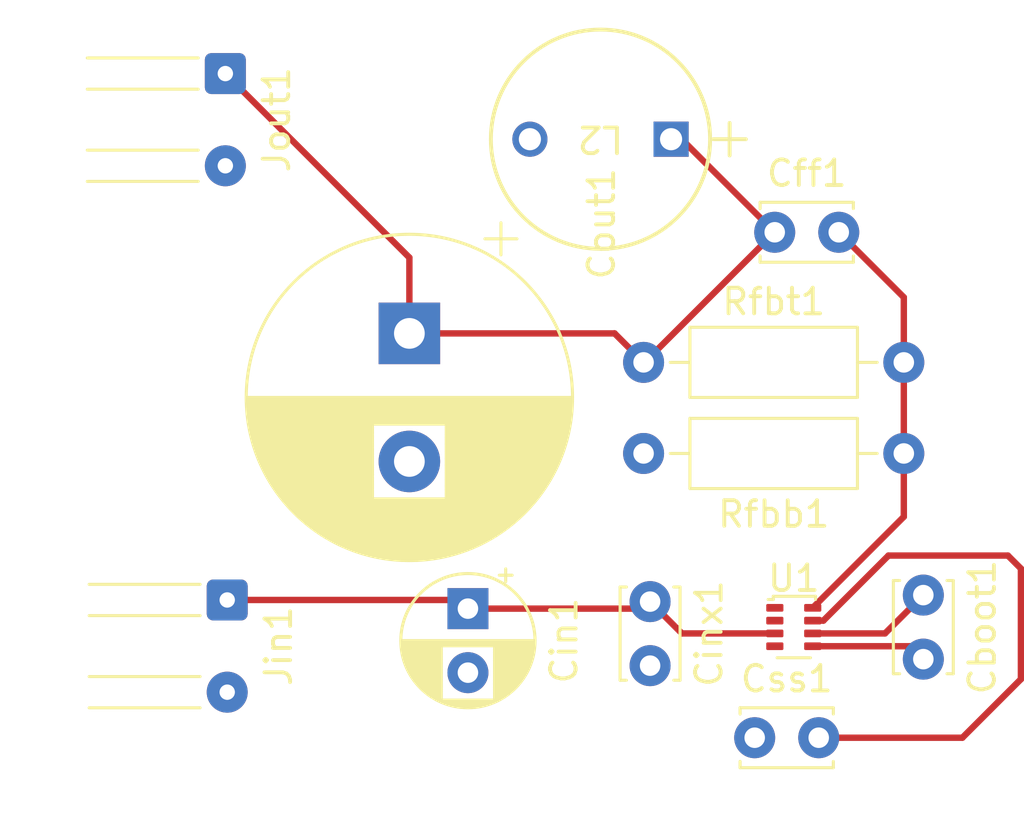
<source format=kicad_pcb>
(kicad_pcb (version 20221018) (generator pcbnew)
  (layers (0 "F.Cu" signal) (31 "B.Cu" signal) (34 "B.Paste" user) (35 "F.Paste" user) (36 "B.SilkS" user "B.Silkscreen") (37 "F.SilkS" user "F.Silkscreen") (38 "B.Mask" user) (39 "F.Mask" user) (44 "Edge.Cuts" user))
  (net 0 "")
  (net 1 "Net-(U1-BST)")
  (net 2 "Net-(U1-SW)")
  (net 3 "VCC")
  (net 4 "Net-(U1-FB)")
  (net 5 "+24V")
  (net 6 "GND")
  (net 7 "Net-(U1-SS)")
  (footprint "Connector_Wire:SolderWire-0.1sqmm_1x02_P3.6mm_D0.4mm_OD1mm_Relief" (layer "F.Cu") (at 96.955 36.808 -90)
    (fp_text reference "Jout1" (at 1.8 -2 90) (layer "F.SilkS"))
    (fp_text value "Conn_01x02")
    (fp_line (start -0.61 1.06) (end -0.61 5.39) (stroke (width 0.12)) (layer "F.SilkS"))
    (fp_line (start 0.61 1.06) (end 0.61 5.39) (stroke (width 0.12)) (layer "F.SilkS"))
    (fp_line (start 2.99 1.06) (end 2.99 5.39) (stroke (width 0.12)) (layer "F.SilkS"))
    (fp_line (start 4.21 1.06) (end 4.21 5.39) (stroke (width 0.12)) (layer "F.SilkS"))
    (pad "" np_thru_hole circle (at 0 6 270) (size 1.5 1.5) (drill 1.5) (layers "*.Cu" "*.Mask"))
    (pad "" np_thru_hole circle (at 3.6 6 270) (size 1.5 1.5) (drill 1.5) (layers "*.Cu" "*.Mask"))
    (pad "1" thru_hole roundrect (at 0 0 270) (size 1.6 1.6) (drill 0.6) (layers "*.Cu" "*.Mask") (roundrect_rratio 0.15625) (net 3 "VCC"))
    (pad "2" thru_hole circle (at 3.6 0 270) (size 1.6 1.6) (drill 0.6) (layers "*.Cu" "*.Mask") (net 6 "GND"))
  )
  (footprint "Resistor_THT:R_Axial_DIN0207_L6.3mm_D2.5mm_P10.16mm_Horizontal" (layer "F.Cu") (at 113.284 48.083959)
    (fp_text reference "Rfbt1" (at 5.08 -2.37) (layer "F.SilkS"))
    (fp_text value "~")
    (fp_line (start 1.04 0) (end 1.81 0) (stroke (width 0.12)) (layer "F.SilkS"))
    (fp_line (start 1.81 -1.37) (end 1.81 1.37) (stroke (width 0.12)) (layer "F.SilkS"))
    (fp_line (start 1.81 1.37) (end 8.35 1.37) (stroke (width 0.12)) (layer "F.SilkS"))
    (fp_line (start 8.35 -1.37) (end 1.81 -1.37) (stroke (width 0.12)) (layer "F.SilkS"))
    (fp_line (start 8.35 1.37) (end 8.35 -1.37) (stroke (width 0.12)) (layer "F.SilkS"))
    (fp_line (start 9.12 0) (end 8.35 0) (stroke (width 0.12)) (layer "F.SilkS"))
    (pad "1" thru_hole circle (at 0 0) (size 1.6 1.6) (drill 0.8) (layers "*.Cu" "*.Mask") (net 3 "VCC"))
    (pad "2" thru_hole oval (at 10.16 0) (size 1.6 1.6) (drill 0.8) (layers "*.Cu" "*.Mask") (net 4 "Net-(U1-FB)"))
  )
  (footprint "Capacitor_THT:C_Disc_D3.4mm_W2.1mm_P2.50mm" (layer "F.Cu") (at 117.622 62.738)
    (fp_text reference "Css1" (at 1.25 -2.3) (layer "F.SilkS"))
    (fp_text value "33n")
    (fp_line (start -0.57 -1.17) (end -0.57 -0.925) (stroke (width 0.12)) (layer "F.SilkS"))
    (fp_line (start -0.57 -1.17) (end 3.07 -1.17) (stroke (width 0.12)) (layer "F.SilkS"))
    (fp_line (start -0.57 0.925) (end -0.57 1.17) (stroke (width 0.12)) (layer "F.SilkS"))
    (fp_line (start -0.57 1.17) (end 3.07 1.17) (stroke (width 0.12)) (layer "F.SilkS"))
    (fp_line (start 3.07 -1.17) (end 3.07 -0.925) (stroke (width 0.12)) (layer "F.SilkS"))
    (fp_line (start 3.07 0.925) (end 3.07 1.17) (stroke (width 0.12)) (layer "F.SilkS"))
    (pad "1" thru_hole circle (at 0 0) (size 1.6 1.6) (drill 0.8) (layers "*.Cu" "*.Mask") (net 6 "GND"))
    (pad "2" thru_hole circle (at 2.5 0) (size 1.6 1.6) (drill 0.8) (layers "*.Cu" "*.Mask") (net 7 "Net-(U1-SS)"))
  )
  (footprint "Package_TO_SOT_SMD:SOT-583-8" (layer "F.Cu") (at 119.148 58.416)
    (fp_text reference "U1" (at 0 -1.9 unlocked) (layer "F.SilkS"))
    (fp_text value "TPS62932")
    (fp_line (start -0.8 -1.2) (end 0.85 -1.2) (stroke (width 0.12)) (layer "F.SilkS"))
    (fp_line (start -0.8 -1.075) (end -1 -1.075) (stroke (width 0.12)) (layer "F.SilkS"))
    (fp_line (start -0.8 -1.075) (end -0.8 -1.2) (stroke (width 0.12)) (layer "F.SilkS"))
    (fp_line (start 0.65 1.2) (end -0.65 1.2) (stroke (width 0.12)) (layer "F.SilkS"))
    (fp_line (start 0.85 -1.2) (end 0.85 -1.075) (stroke (width 0.12)) (layer "F.SilkS"))
    (pad "1" smd roundrect (at -0.74 -0.75) (size 0.67 0.3) (layers "F.Cu" "F.Paste" "F.Mask") (roundrect_rratio 0.1666666667))
    (pad "2" smd roundrect (at -0.74 -0.25) (size 0.67 0.3) (layers "F.Cu" "F.Paste" "F.Mask") (roundrect_rratio 0.1666666667))
    (pad "3" smd roundrect (at -0.74 0.25) (size 0.67 0.3) (layers "F.Cu" "F.Paste" "F.Mask") (roundrect_rratio 0.1666666667) (net 5 "+24V"))
    (pad "4" smd roundrect (at -0.74 0.75) (size 0.67 0.3) (layers "F.Cu" "F.Paste" "F.Mask") (roundrect_rratio 0.1666666667) (net 6 "GND"))
    (pad "5" smd roundrect (at 0.74 0.75) (size 0.67 0.3) (layers "F.Cu" "F.Paste" "F.Mask") (roundrect_rratio 0.1666666667) (net 2 "Net-(U1-SW)"))
    (pad "6" smd roundrect (at 0.74 0.25) (size 0.67 0.3) (layers "F.Cu" "F.Paste" "F.Mask") (roundrect_rratio 0.1666666667) (net 1 "Net-(U1-BST)"))
    (pad "7" smd roundrect (at 0.74 -0.25) (size 0.67 0.3) (layers "F.Cu" "F.Paste" "F.Mask") (roundrect_rratio 0.1666666667) (net 7 "Net-(U1-SS)"))
    (pad "8" smd roundrect (at 0.74 -0.75) (size 0.67 0.3) (layers "F.Cu" "F.Paste" "F.Mask") (roundrect_rratio 0.1666666667) (net 4 "Net-(U1-FB)"))
  )
  (footprint "Capacitor_THT:CP_Radial_D12.5mm_P5.00mm" (layer "F.Cu") (at 104.14 46.952041 -90)
    (fp_text reference "Cout1" (at -4.280041 -7.5 90) (layer "F.SilkS"))
    (fp_text value "~")
    (fp_line (start -4.317082 -3.575) (end -3.067082 -3.575) (stroke (width 0.12)) (layer "F.SilkS"))
    (fp_line (start -3.692082 -4.2) (end -3.692082 -2.95) (stroke (width 0.12)) (layer "F.SilkS"))
    (fp_line (start 2.5 -6.33) (end 2.5 6.33) (stroke (width 0.12)) (layer "F.SilkS"))
    (fp_line (start 2.54 -6.33) (end 2.54 6.33) (stroke (width 0.12)) (layer "F.SilkS"))
    (fp_line (start 2.58 -6.33) (end 2.58 6.33) (stroke (width 0.12)) (layer "F.SilkS"))
    (fp_line (start 2.62 -6.329) (end 2.62 6.329) (stroke (width 0.12)) (layer "F.SilkS"))
    (fp_line (start 2.66 -6.328) (end 2.66 6.328) (stroke (width 0.12)) (layer "F.SilkS"))
    (fp_line (start 2.7 -6.327) (end 2.7 6.327) (stroke (width 0.12)) (layer "F.SilkS"))
    (fp_line (start 2.74 -6.326) (end 2.74 6.326) (stroke (width 0.12)) (layer "F.SilkS"))
    (fp_line (start 2.78 -6.324) (end 2.78 6.324) (stroke (width 0.12)) (layer "F.SilkS"))
    (fp_line (start 2.82 -6.322) (end 2.82 6.322) (stroke (width 0.12)) (layer "F.SilkS"))
    (fp_line (start 2.86 -6.32) (end 2.86 6.32) (stroke (width 0.12)) (layer "F.SilkS"))
    (fp_line (start 2.9 -6.318) (end 2.9 6.318) (stroke (width 0.12)) (layer "F.SilkS"))
    (fp_line (start 2.94 -6.315) (end 2.94 6.315) (stroke (width 0.12)) (layer "F.SilkS"))
    (fp_line (start 2.98 -6.312) (end 2.98 6.312) (stroke (width 0.12)) (layer "F.SilkS"))
    (fp_line (start 3.02 -6.309) (end 3.02 6.309) (stroke (width 0.12)) (layer "F.SilkS"))
    (fp_line (start 3.06 -6.306) (end 3.06 6.306) (stroke (width 0.12)) (layer "F.SilkS"))
    (fp_line (start 3.1 -6.302) (end 3.1 6.302) (stroke (width 0.12)) (layer "F.SilkS"))
    (fp_line (start 3.14 -6.298) (end 3.14 6.298) (stroke (width 0.12)) (layer "F.SilkS"))
    (fp_line (start 3.18 -6.294) (end 3.18 6.294) (stroke (width 0.12)) (layer "F.SilkS"))
    (fp_line (start 3.221 -6.29) (end 3.221 6.29) (stroke (width 0.12)) (layer "F.SilkS"))
    (fp_line (start 3.261 -6.285) (end 3.261 6.285) (stroke (width 0.12)) (layer "F.SilkS"))
    (fp_line (start 3.301 -6.28) (end 3.301 6.28) (stroke (width 0.12)) (layer "F.SilkS"))
    (fp_line (start 3.341 -6.275) (end 3.341 6.275) (stroke (width 0.12)) (layer "F.SilkS"))
    (fp_line (start 3.381 -6.269) (end 3.381 6.269) (stroke (width 0.12)) (layer "F.SilkS"))
    (fp_line (start 3.421 -6.264) (end 3.421 6.264) (stroke (width 0.12)) (layer "F.SilkS"))
    (fp_line (start 3.461 -6.258) (end 3.461 6.258) (stroke (width 0.12)) (layer "F.SilkS"))
    (fp_line (start 3.501 -6.252) (end 3.501 6.252) (stroke (width 0.12)) (layer "F.SilkS"))
    (fp_line (start 3.541 -6.245) (end 3.541 6.245) (stroke (width 0.12)) (layer "F.SilkS"))
    (fp_line (start 3.581 -6.238) (end 3.581 -1.44) (stroke (width 0.12)) (layer "F.SilkS"))
    (fp_line (start 3.581 1.44) (end 3.581 6.238) (stroke (width 0.12)) (layer "F.SilkS"))
    (fp_line (start 3.621 -6.231) (end 3.621 -1.44) (stroke (width 0.12)) (layer "F.SilkS"))
    (fp_line (start 3.621 1.44) (end 3.621 6.231) (stroke (width 0.12)) (layer "F.SilkS"))
    (fp_line (start 3.661 -6.224) (end 3.661 -1.44) (stroke (width 0.12)) (layer "F.SilkS"))
    (fp_line (start 3.661 1.44) (end 3.661 6.224) (stroke (width 0.12)) (layer "F.SilkS"))
    (fp_line (start 3.701 -6.216) (end 3.701 -1.44) (stroke (width 0.12)) (layer "F.SilkS"))
    (fp_line (start 3.701 1.44) (end 3.701 6.216) (stroke (width 0.12)) (layer "F.SilkS"))
    (fp_line (start 3.741 -6.209) (end 3.741 -1.44) (stroke (width 0.12)) (layer "F.SilkS"))
    (fp_line (start 3.741 1.44) (end 3.741 6.209) (stroke (width 0.12)) (layer "F.SilkS"))
    (fp_line (start 3.781 -6.201) (end 3.781 -1.44) (stroke (width 0.12)) (layer "F.SilkS"))
    (fp_line (start 3.781 1.44) (end 3.781 6.201) (stroke (width 0.12)) (layer "F.SilkS"))
    (fp_line (start 3.821 -6.192) (end 3.821 -1.44) (stroke (width 0.12)) (layer "F.SilkS"))
    (fp_line (start 3.821 1.44) (end 3.821 6.192) (stroke (width 0.12)) (layer "F.SilkS"))
    (fp_line (start 3.861 -6.184) (end 3.861 -1.44) (stroke (width 0.12)) (layer "F.SilkS"))
    (fp_line (start 3.861 1.44) (end 3.861 6.184) (stroke (width 0.12)) (layer "F.SilkS"))
    (fp_line (start 3.901 -6.175) (end 3.901 -1.44) (stroke (width 0.12)) (layer "F.SilkS"))
    (fp_line (start 3.901 1.44) (end 3.901 6.175) (stroke (width 0.12)) (layer "F.SilkS"))
    (fp_line (start 3.941 -6.166) (end 3.941 -1.44) (stroke (width 0.12)) (layer "F.SilkS"))
    (fp_line (start 3.941 1.44) (end 3.941 6.166) (stroke (width 0.12)) (layer "F.SilkS"))
    (fp_line (start 3.981 -6.156) (end 3.981 -1.44) (stroke (width 0.12)) (layer "F.SilkS"))
    (fp_line (start 3.981 1.44) (end 3.981 6.156) (stroke (width 0.12)) (layer "F.SilkS"))
    (fp_line (start 4.021 -6.146) (end 4.021 -1.44) (stroke (width 0.12)) (layer "F.SilkS"))
    (fp_line (start 4.021 1.44) (end 4.021 6.146) (stroke (width 0.12)) (layer "F.SilkS"))
    (fp_line (start 4.061 -6.137) (end 4.061 -1.44) (stroke (width 0.12)) (layer "F.SilkS"))
    (fp_line (start 4.061 1.44) (end 4.061 6.137) (stroke (width 0.12)) (layer "F.SilkS"))
    (fp_line (start 4.101 -6.126) (end 4.101 -1.44) (stroke (width 0.12)) (layer "F.SilkS"))
    (fp_line (start 4.101 1.44) (end 4.101 6.126) (stroke (width 0.12)) (layer "F.SilkS"))
    (fp_line (start 4.141 -6.116) (end 4.141 -1.44) (stroke (width 0.12)) (layer "F.SilkS"))
    (fp_line (start 4.141 1.44) (end 4.141 6.116) (stroke (width 0.12)) (layer "F.SilkS"))
    (fp_line (start 4.181 -6.105) (end 4.181 -1.44) (stroke (width 0.12)) (layer "F.SilkS"))
    (fp_line (start 4.181 1.44) (end 4.181 6.105) (stroke (width 0.12)) (layer "F.SilkS"))
    (fp_line (start 4.221 -6.094) (end 4.221 -1.44) (stroke (width 0.12)) (layer "F.SilkS"))
    (fp_line (start 4.221 1.44) (end 4.221 6.094) (stroke (width 0.12)) (layer "F.SilkS"))
    (fp_line (start 4.261 -6.083) (end 4.261 -1.44) (stroke (width 0.12)) (layer "F.SilkS"))
    (fp_line (start 4.261 1.44) (end 4.261 6.083) (stroke (width 0.12)) (layer "F.SilkS"))
    (fp_line (start 4.301 -6.071) (end 4.301 -1.44) (stroke (width 0.12)) (layer "F.SilkS"))
    (fp_line (start 4.301 1.44) (end 4.301 6.071) (stroke (width 0.12)) (layer "F.SilkS"))
    (fp_line (start 4.341 -6.059) (end 4.341 -1.44) (stroke (width 0.12)) (layer "F.SilkS"))
    (fp_line (start 4.341 1.44) (end 4.341 6.059) (stroke (width 0.12)) (layer "F.SilkS"))
    (fp_line (start 4.381 -6.047) (end 4.381 -1.44) (stroke (width 0.12)) (layer "F.SilkS"))
    (fp_line (start 4.381 1.44) (end 4.381 6.047) (stroke (width 0.12)) (layer "F.SilkS"))
    (fp_line (start 4.421 -6.034) (end 4.421 -1.44) (stroke (width 0.12)) (layer "F.SilkS"))
    (fp_line (start 4.421 1.44) (end 4.421 6.034) (stroke (width 0.12)) (layer "F.SilkS"))
    (fp_line (start 4.461 -6.021) (end 4.461 -1.44) (stroke (width 0.12)) (layer "F.SilkS"))
    (fp_line (start 4.461 1.44) (end 4.461 6.021) (stroke (width 0.12)) (layer "F.SilkS"))
    (fp_line (start 4.501 -6.008) (end 4.501 -1.44) (stroke (width 0.12)) (layer "F.SilkS"))
    (fp_line (start 4.501 1.44) (end 4.501 6.008) (stroke (width 0.12)) (layer "F.SilkS"))
    (fp_line (start 4.541 -5.995) (end 4.541 -1.44) (stroke (width 0.12)) (layer "F.SilkS"))
    (fp_line (start 4.541 1.44) (end 4.541 5.995) (stroke (width 0.12)) (layer "F.SilkS"))
    (fp_line (start 4.581 -5.981) (end 4.581 -1.44) (stroke (width 0.12)) (layer "F.SilkS"))
    (fp_line (start 4.581 1.44) (end 4.581 5.981) (stroke (width 0.12)) (layer "F.SilkS"))
    (fp_line (start 4.621 -5.967) (end 4.621 -1.44) (stroke (width 0.12)) (layer "F.SilkS"))
    (fp_line (start 4.621 1.44) (end 4.621 5.967) (stroke (width 0.12)) (layer "F.SilkS"))
    (fp_line (start 4.661 -5.953) (end 4.661 -1.44) (stroke (width 0.12)) (layer "F.SilkS"))
    (fp_line (start 4.661 1.44) (end 4.661 5.953) (stroke (width 0.12)) (layer "F.SilkS"))
    (fp_line (start 4.701 -5.939) (end 4.701 -1.44) (stroke (width 0.12)) (layer "F.SilkS"))
    (fp_line (start 4.701 1.44) (end 4.701 5.939) (stroke (width 0.12)) (layer "F.SilkS"))
    (fp_line (start 4.741 -5.924) (end 4.741 -1.44) (stroke (width 0.12)) (layer "F.SilkS"))
    (fp_line (start 4.741 1.44) (end 4.741 5.924) (stroke (width 0.12)) (layer "F.SilkS"))
    (fp_line (start 4.781 -5.908) (end 4.781 -1.44) (stroke (width 0.12)) (layer "F.SilkS"))
    (fp_line (start 4.781 1.44) (end 4.781 5.908) (stroke (width 0.12)) (layer "F.SilkS"))
    (fp_line (start 4.821 -5.893) (end 4.821 -1.44) (stroke (width 0.12)) (layer "F.SilkS"))
    (fp_line (start 4.821 1.44) (end 4.821 5.893) (stroke (width 0.12)) (layer "F.SilkS"))
    (fp_line (start 4.861 -5.877) (end 4.861 -1.44) (stroke (width 0.12)) (layer "F.SilkS"))
    (fp_line (start 4.861 1.44) (end 4.861 5.877) (stroke (width 0.12)) (layer "F.SilkS"))
    (fp_line (start 4.901 -5.861) (end 4.901 -1.44) (stroke (width 0.12)) (layer "F.SilkS"))
    (fp_line (start 4.901 1.44) (end 4.901 5.861) (stroke (width 0.12)) (layer "F.SilkS"))
    (fp_line (start 4.941 -5.845) (end 4.941 -1.44) (stroke (width 0.12)) (layer "F.SilkS"))
    (fp_line (start 4.941 1.44) (end 4.941 5.845) (stroke (width 0.12)) (layer "F.SilkS"))
    (fp_line (start 4.981 -5.828) (end 4.981 -1.44) (stroke (width 0.12)) (layer "F.SilkS"))
    (fp_line (start 4.981 1.44) (end 4.981 5.828) (stroke (width 0.12)) (layer "F.SilkS"))
    (fp_line (start 5.021 -5.811) (end 5.021 -1.44) (stroke (width 0.12)) (layer "F.SilkS"))
    (fp_line (start 5.021 1.44) (end 5.021 5.811) (stroke (width 0.12)) (layer "F.SilkS"))
    (fp_line (start 5.061 -5.793) (end 5.061 -1.44) (stroke (width 0.12)) (layer "F.SilkS"))
    (fp_line (start 5.061 1.44) (end 5.061 5.793) (stroke (width 0.12)) (layer "F.SilkS"))
    (fp_line (start 5.101 -5.776) (end 5.101 -1.44) (stroke (width 0.12)) (layer "F.SilkS"))
    (fp_line (start 5.101 1.44) (end 5.101 5.776) (stroke (width 0.12)) (layer "F.SilkS"))
    (fp_line (start 5.141 -5.758) (end 5.141 -1.44) (stroke (width 0.12)) (layer "F.SilkS"))
    (fp_line (start 5.141 1.44) (end 5.141 5.758) (stroke (width 0.12)) (layer "F.SilkS"))
    (fp_line (start 5.181 -5.739) (end 5.181 -1.44) (stroke (width 0.12)) (layer "F.SilkS"))
    (fp_line (start 5.181 1.44) (end 5.181 5.739) (stroke (width 0.12)) (layer "F.SilkS"))
    (fp_line (start 5.221 -5.721) (end 5.221 -1.44) (stroke (width 0.12)) (layer "F.SilkS"))
    (fp_line (start 5.221 1.44) (end 5.221 5.721) (stroke (width 0.12)) (layer "F.SilkS"))
    (fp_line (start 5.261 -5.702) (end 5.261 -1.44) (stroke (width 0.12)) (layer "F.SilkS"))
    (fp_line (start 5.261 1.44) (end 5.261 5.702) (stroke (width 0.12)) (layer "F.SilkS"))
    (fp_line (start 5.301 -5.682) (end 5.301 -1.44) (stroke (width 0.12)) (layer "F.SilkS"))
    (fp_line (start 5.301 1.44) (end 5.301 5.682) (stroke (width 0.12)) (layer "F.SilkS"))
    (fp_line (start 5.341 -5.662) (end 5.341 -1.44) (stroke (width 0.12)) (layer "F.SilkS"))
    (fp_line (start 5.341 1.44) (end 5.341 5.662) (stroke (width 0.12)) (layer "F.SilkS"))
    (fp_line (start 5.381 -5.642) (end 5.381 -1.44) (stroke (width 0.12)) (layer "F.SilkS"))
    (fp_line (start 5.381 1.44) (end 5.381 5.642) (stroke (width 0.12)) (layer "F.SilkS"))
    (fp_line (start 5.421 -5.622) (end 5.421 -1.44) (stroke (width 0.12)) (layer "F.SilkS"))
    (fp_line (start 5.421 1.44) (end 5.421 5.622) (stroke (width 0.12)) (layer "F.SilkS"))
    (fp_line (start 5.461 -5.601) (end 5.461 -1.44) (stroke (width 0.12)) (layer "F.SilkS"))
    (fp_line (start 5.461 1.44) (end 5.461 5.601) (stroke (width 0.12)) (layer "F.SilkS"))
    (fp_line (start 5.501 -5.58) (end 5.501 -1.44) (stroke (width 0.12)) (layer "F.SilkS"))
    (fp_line (start 5.501 1.44) (end 5.501 5.58) (stroke (width 0.12)) (layer "F.SilkS"))
    (fp_line (start 5.541 -5.558) (end 5.541 -1.44) (stroke (width 0.12)) (layer "F.SilkS"))
    (fp_line (start 5.541 1.44) (end 5.541 5.558) (stroke (width 0.12)) (layer "F.SilkS"))
    (fp_line (start 5.581 -5.536) (end 5.581 -1.44) (stroke (width 0.12)) (layer "F.SilkS"))
    (fp_line (start 5.581 1.44) (end 5.581 5.536) (stroke (width 0.12)) (layer "F.SilkS"))
    (fp_line (start 5.621 -5.514) (end 5.621 -1.44) (stroke (width 0.12)) (layer "F.SilkS"))
    (fp_line (start 5.621 1.44) (end 5.621 5.514) (stroke (width 0.12)) (layer "F.SilkS"))
    (fp_line (start 5.661 -5.491) (end 5.661 -1.44) (stroke (width 0.12)) (layer "F.SilkS"))
    (fp_line (start 5.661 1.44) (end 5.661 5.491) (stroke (width 0.12)) (layer "F.SilkS"))
    (fp_line (start 5.701 -5.468) (end 5.701 -1.44) (stroke (width 0.12)) (layer "F.SilkS"))
    (fp_line (start 5.701 1.44) (end 5.701 5.468) (stroke (width 0.12)) (layer "F.SilkS"))
    (fp_line (start 5.741 -5.445) (end 5.741 -1.44) (stroke (width 0.12)) (layer "F.SilkS"))
    (fp_line (start 5.741 1.44) (end 5.741 5.445) (stroke (width 0.12)) (layer "F.SilkS"))
    (fp_line (start 5.781 -5.421) (end 5.781 -1.44) (stroke (width 0.12)) (layer "F.SilkS"))
    (fp_line (start 5.781 1.44) (end 5.781 5.421) (stroke (width 0.12)) (layer "F.SilkS"))
    (fp_line (start 5.821 -5.397) (end 5.821 -1.44) (stroke (width 0.12)) (layer "F.SilkS"))
    (fp_line (start 5.821 1.44) (end 5.821 5.397) (stroke (width 0.12)) (layer "F.SilkS"))
    (fp_line (start 5.861 -5.372) (end 5.861 -1.44) (stroke (width 0.12)) (layer "F.SilkS"))
    (fp_line (start 5.861 1.44) (end 5.861 5.372) (stroke (width 0.12)) (layer "F.SilkS"))
    (fp_line (start 5.901 -5.347) (end 5.901 -1.44) (stroke (width 0.12)) (layer "F.SilkS"))
    (fp_line (start 5.901 1.44) (end 5.901 5.347) (stroke (width 0.12)) (layer "F.SilkS"))
    (fp_line (start 5.941 -5.322) (end 5.941 -1.44) (stroke (width 0.12)) (layer "F.SilkS"))
    (fp_line (start 5.941 1.44) (end 5.941 5.322) (stroke (width 0.12)) (layer "F.SilkS"))
    (fp_line (start 5.981 -5.296) (end 5.981 -1.44) (stroke (width 0.12)) (layer "F.SilkS"))
    (fp_line (start 5.981 1.44) (end 5.981 5.296) (stroke (width 0.12)) (layer "F.SilkS"))
    (fp_line (start 6.021 -5.27) (end 6.021 -1.44) (stroke (width 0.12)) (layer "F.SilkS"))
    (fp_line (start 6.021 1.44) (end 6.021 5.27) (stroke (width 0.12)) (layer "F.SilkS"))
    (fp_line (start 6.061 -5.243) (end 6.061 -1.44) (stroke (width 0.12)) (layer "F.SilkS"))
    (fp_line (start 6.061 1.44) (end 6.061 5.243) (stroke (width 0.12)) (layer "F.SilkS"))
    (fp_line (start 6.101 -5.216) (end 6.101 -1.44) (stroke (width 0.12)) (layer "F.SilkS"))
    (fp_line (start 6.101 1.44) (end 6.101 5.216) (stroke (width 0.12)) (layer "F.SilkS"))
    (fp_line (start 6.141 -5.188) (end 6.141 -1.44) (stroke (width 0.12)) (layer "F.SilkS"))
    (fp_line (start 6.141 1.44) (end 6.141 5.188) (stroke (width 0.12)) (layer "F.SilkS"))
    (fp_line (start 6.181 -5.16) (end 6.181 -1.44) (stroke (width 0.12)) (layer "F.SilkS"))
    (fp_line (start 6.181 1.44) (end 6.181 5.16) (stroke (width 0.12)) (layer "F.SilkS"))
    (fp_line (start 6.221 -5.131) (end 6.221 -1.44) (stroke (width 0.12)) (layer "F.SilkS"))
    (fp_line (start 6.221 1.44) (end 6.221 5.131) (stroke (width 0.12)) (layer "F.SilkS"))
    (fp_line (start 6.261 -5.102) (end 6.261 -1.44) (stroke (width 0.12)) (layer "F.SilkS"))
    (fp_line (start 6.261 1.44) (end 6.261 5.102) (stroke (width 0.12)) (layer "F.SilkS"))
    (fp_line (start 6.301 -5.073) (end 6.301 -1.44) (stroke (width 0.12)) (layer "F.SilkS"))
    (fp_line (start 6.301 1.44) (end 6.301 5.073) (stroke (width 0.12)) (layer "F.SilkS"))
    (fp_line (start 6.341 -5.043) (end 6.341 -1.44) (stroke (width 0.12)) (layer "F.SilkS"))
    (fp_line (start 6.341 1.44) (end 6.341 5.043) (stroke (width 0.12)) (layer "F.SilkS"))
    (fp_line (start 6.381 -5.012) (end 6.381 -1.44) (stroke (width 0.12)) (layer "F.SilkS"))
    (fp_line (start 6.381 1.44) (end 6.381 5.012) (stroke (width 0.12)) (layer "F.SilkS"))
    (fp_line (start 6.421 -4.982) (end 6.421 -1.44) (stroke (width 0.12)) (layer "F.SilkS"))
    (fp_line (start 6.421 1.44) (end 6.421 4.982) (stroke (width 0.12)) (layer "F.SilkS"))
    (fp_line (start 6.461 -4.95) (end 6.461 4.95) (stroke (width 0.12)) (layer "F.SilkS"))
    (fp_line (start 6.501 -4.918) (end 6.501 4.918) (stroke (width 0.12)) (layer "F.SilkS"))
    (fp_line (start 6.541 -4.885) (end 6.541 4.885) (stroke (width 0.12)) (layer "F.SilkS"))
    (fp_line (start 6.581 -4.852) (end 6.581 4.852) (stroke (width 0.12)) (layer "F.SilkS"))
    (fp_line (start 6.621 -4.819) (end 6.621 4.819) (stroke (width 0.12)) (layer "F.SilkS"))
    (fp_line (start 6.661 -4.785) (end 6.661 4.785) (stroke (width 0.12)) (layer "F.SilkS"))
    (fp_line (start 6.701 -4.75) (end 6.701 4.75) (stroke (width 0.12)) (layer "F.SilkS"))
    (fp_line (start 6.741 -4.714) (end 6.741 4.714) (stroke (width 0.12)) (layer "F.SilkS"))
    (fp_line (start 6.781 -4.678) (end 6.781 4.678) (stroke (width 0.12)) (layer "F.SilkS"))
    (fp_line (start 6.821 -4.642) (end 6.821 4.642) (stroke (width 0.12)) (layer "F.SilkS"))
    (fp_line (start 6.861 -4.605) (end 6.861 4.605) (stroke (width 0.12)) (layer "F.SilkS"))
    (fp_line (start 6.901 -4.567) (end 6.901 4.567) (stroke (width 0.12)) (layer "F.SilkS"))
    (fp_line (start 6.941 -4.528) (end 6.941 4.528) (stroke (width 0.12)) (layer "F.SilkS"))
    (fp_line (start 6.981 -4.489) (end 6.981 4.489) (stroke (width 0.12)) (layer "F.SilkS"))
    (fp_line (start 7.021 -4.449) (end 7.021 4.449) (stroke (width 0.12)) (layer "F.SilkS"))
    (fp_line (start 7.061 -4.408) (end 7.061 4.408) (stroke (width 0.12)) (layer "F.SilkS"))
    (fp_line (start 7.101 -4.367) (end 7.101 4.367) (stroke (width 0.12)) (layer "F.SilkS"))
    (fp_line (start 7.141 -4.325) (end 7.141 4.325) (stroke (width 0.12)) (layer "F.SilkS"))
    (fp_line (start 7.181 -4.282) (end 7.181 4.282) (stroke (width 0.12)) (layer "F.SilkS"))
    (fp_line (start 7.221 -4.238) (end 7.221 4.238) (stroke (width 0.12)) (layer "F.SilkS"))
    (fp_line (start 7.261 -4.194) (end 7.261 4.194) (stroke (width 0.12)) (layer "F.SilkS"))
    (fp_line (start 7.301 -4.148) (end 7.301 4.148) (stroke (width 0.12)) (layer "F.SilkS"))
    (fp_line (start 7.341 -4.102) (end 7.341 4.102) (stroke (width 0.12)) (layer "F.SilkS"))
    (fp_line (start 7.381 -4.055) (end 7.381 4.055) (stroke (width 0.12)) (layer "F.SilkS"))
    (fp_line (start 7.421 -4.007) (end 7.421 4.007) (stroke (width 0.12)) (layer "F.SilkS"))
    (fp_line (start 7.461 -3.957) (end 7.461 3.957) (stroke (width 0.12)) (layer "F.SilkS"))
    (fp_line (start 7.501 -3.907) (end 7.501 3.907) (stroke (width 0.12)) (layer "F.SilkS"))
    (fp_line (start 7.541 -3.856) (end 7.541 3.856) (stroke (width 0.12)) (layer "F.SilkS"))
    (fp_line (start 7.581 -3.804) (end 7.581 3.804) (stroke (width 0.12)) (layer "F.SilkS"))
    (fp_line (start 7.621 -3.75) (end 7.621 3.75) (stroke (width 0.12)) (layer "F.SilkS"))
    (fp_line (start 7.661 -3.696) (end 7.661 3.696) (stroke (width 0.12)) (layer "F.SilkS"))
    (fp_line (start 7.701 -3.64) (end 7.701 3.64) (stroke (width 0.12)) (layer "F.SilkS"))
    (fp_line (start 7.741 -3.583) (end 7.741 3.583) (stroke (width 0.12)) (layer "F.SilkS"))
    (fp_line (start 7.781 -3.524) (end 7.781 3.524) (stroke (width 0.12)) (layer "F.SilkS"))
    (fp_line (start 7.821 -3.464) (end 7.821 3.464) (stroke (width 0.12)) (layer "F.SilkS"))
    (fp_line (start 7.861 -3.402) (end 7.861 3.402) (stroke (width 0.12)) (layer "F.SilkS"))
    (fp_line (start 7.901 -3.339) (end 7.901 3.339) (stroke (width 0.12)) (layer "F.SilkS"))
    (fp_line (start 7.941 -3.275) (end 7.941 3.275) (stroke (width 0.12)) (layer "F.SilkS"))
    (fp_line (start 7.981 -3.208) (end 7.981 3.208) (stroke (width 0.12)) (layer "F.SilkS"))
    (fp_line (start 8.021 -3.14) (end 8.021 3.14) (stroke (width 0.12)) (layer "F.SilkS"))
    (fp_line (start 8.061 -3.069) (end 8.061 3.069) (stroke (width 0.12)) (layer "F.SilkS"))
    (fp_line (start 8.101 -2.996) (end 8.101 2.996) (stroke (width 0.12)) (layer "F.SilkS"))
    (fp_line (start 8.141 -2.921) (end 8.141 2.921) (stroke (width 0.12)) (layer "F.SilkS"))
    (fp_line (start 8.181 -2.844) (end 8.181 2.844) (stroke (width 0.12)) (layer "F.SilkS"))
    (fp_line (start 8.221 -2.764) (end 8.221 2.764) (stroke (width 0.12)) (layer "F.SilkS"))
    (fp_line (start 8.261 -2.681) (end 8.261 2.681) (stroke (width 0.12)) (layer "F.SilkS"))
    (fp_line (start 8.301 -2.594) (end 8.301 2.594) (stroke (width 0.12)) (layer "F.SilkS"))
    (fp_line (start 8.341 -2.504) (end 8.341 2.504) (stroke (width 0.12)) (layer "F.SilkS"))
    (fp_line (start 8.381 -2.41) (end 8.381 2.41) (stroke (width 0.12)) (layer "F.SilkS"))
    (fp_line (start 8.421 -2.312) (end 8.421 2.312) (stroke (width 0.12)) (layer "F.SilkS"))
    (fp_line (start 8.461 -2.209) (end 8.461 2.209) (stroke (width 0.12)) (layer "F.SilkS"))
    (fp_line (start 8.501 -2.1) (end 8.501 2.1) (stroke (width 0.12)) (layer "F.SilkS"))
    (fp_line (start 8.541 -1.984) (end 8.541 1.984) (stroke (width 0.12)) (layer "F.SilkS"))
    (fp_line (start 8.581 -1.861) (end 8.581 1.861) (stroke (width 0.12)) (layer "F.SilkS"))
    (fp_line (start 8.621 -1.728) (end 8.621 1.728) (stroke (width 0.12)) (layer "F.SilkS"))
    (fp_line (start 8.661 -1.583) (end 8.661 1.583) (stroke (width 0.12)) (layer "F.SilkS"))
    (fp_line (start 8.701 -1.422) (end 8.701 1.422) (stroke (width 0.12)) (layer "F.SilkS"))
    (fp_line (start 8.741 -1.241) (end 8.741 1.241) (stroke (width 0.12)) (layer "F.SilkS"))
    (fp_line (start 8.781 -1.028) (end 8.781 1.028) (stroke (width 0.12)) (layer "F.SilkS"))
    (fp_line (start 8.821 -0.757) (end 8.821 0.757) (stroke (width 0.12)) (layer "F.SilkS"))
    (fp_line (start 8.861 -0.317) (end 8.861 0.317) (stroke (width 0.12)) (layer "F.SilkS"))
    (fp_circle (center 2.5 0) (end 8.87 0) (stroke (width 0.12)) (fill none) (layer "F.SilkS"))
    (pad "1" thru_hole rect (at 0 0 270) (size 2.4 2.4) (drill 1.2) (layers "*.Cu" "*.Mask") (net 3 "VCC"))
    (pad "2" thru_hole circle (at 5 0 270) (size 2.4 2.4) (drill 1.2) (layers "*.Cu" "*.Mask") (net 6 "GND"))
  )
  (footprint "Capacitor_THT:C_Disc_D3.4mm_W2.1mm_P2.50mm" (layer "F.Cu") (at 124.206 57.17 -90)
    (fp_text reference "Cboot1" (at 1.25 -2.3 -270) (layer "F.SilkS"))
    (fp_text value "100n")
    (fp_line (start -0.57 -1.17) (end -0.57 -0.925) (stroke (width 0.12)) (layer "F.SilkS"))
    (fp_line (start -0.57 -1.17) (end 3.07 -1.17) (stroke (width 0.12)) (layer "F.SilkS"))
    (fp_line (start -0.57 0.925) (end -0.57 1.17) (stroke (width 0.12)) (layer "F.SilkS"))
    (fp_line (start -0.57 1.17) (end 3.07 1.17) (stroke (width 0.12)) (layer "F.SilkS"))
    (fp_line (start 3.07 -1.17) (end 3.07 -0.925) (stroke (width 0.12)) (layer "F.SilkS"))
    (fp_line (start 3.07 0.925) (end 3.07 1.17) (stroke (width 0.12)) (layer "F.SilkS"))
    (pad "1" thru_hole circle (at 0 0 270) (size 1.6 1.6) (drill 0.8) (layers "*.Cu" "*.Mask") (net 1 "Net-(U1-BST)"))
    (pad "2" thru_hole circle (at 2.5 0 270) (size 1.6 1.6) (drill 0.8) (layers "*.Cu" "*.Mask") (net 2 "Net-(U1-SW)"))
  )
  (footprint "Capacitor_THT:C_Disc_D3.4mm_W2.1mm_P2.50mm" (layer "F.Cu") (at 113.538 57.424 -90)
    (fp_text reference "Cinx1" (at 1.25 -2.3 90) (layer "F.SilkS"))
    (fp_text value "100n")
    (fp_line (start -0.57 -1.17) (end -0.57 -0.925) (stroke (width 0.12)) (layer "F.SilkS"))
    (fp_line (start -0.57 -1.17) (end 3.07 -1.17) (stroke (width 0.12)) (layer "F.SilkS"))
    (fp_line (start -0.57 0.925) (end -0.57 1.17) (stroke (width 0.12)) (layer "F.SilkS"))
    (fp_line (start -0.57 1.17) (end 3.07 1.17) (stroke (width 0.12)) (layer "F.SilkS"))
    (fp_line (start 3.07 -1.17) (end 3.07 -0.925) (stroke (width 0.12)) (layer "F.SilkS"))
    (fp_line (start 3.07 0.925) (end 3.07 1.17) (stroke (width 0.12)) (layer "F.SilkS"))
    (pad "1" thru_hole circle (at 0 0 270) (size 1.6 1.6) (drill 0.8) (layers "*.Cu" "*.Mask") (net 5 "+24V"))
    (pad "2" thru_hole circle (at 2.5 0 270) (size 1.6 1.6) (drill 0.8) (layers "*.Cu" "*.Mask") (net 6 "GND"))
  )
  (footprint "footprints:IND_MULTICOMP_MCSCH895_MTC" (layer "F.Cu") (at 114.35715 39.37 180)
    (fp_text reference "L2" (at 2.7559 0 180 unlocked) (layer "F.SilkS"))
    (fp_text value "MCSCH895-100LU")
    (fp_line (start -2.921 0) (end -1.651 0) (stroke (width 0.1524)) (layer "F.SilkS"))
    (fp_line (start -2.286 -0.635) (end -2.286 0.635) (stroke (width 0.1524)) (layer "F.SilkS"))
    (fp_circle (center 2.7559 0) (end 7.0358 0) (stroke (width 0.1524)) (fill none) (layer "F.SilkS"))
    (pad "1" thru_hole rect (at 0 0 180) (size 1.3716 1.3716) (drill 0.8636) (layers "*.Cu" "*.Mask") (net 3 "VCC"))
    (pad "2" thru_hole circle (at 5.5118 0 180) (size 1.3716 1.3716) (drill 0.8636) (layers "*.Cu" "*.Mask") (net 2 "Net-(U1-SW)"))
  )
  (footprint "Capacitor_THT:C_Disc_D3.4mm_W2.1mm_P2.50mm" (layer "F.Cu") (at 118.404 43.003959)
    (fp_text reference "Cff1" (at 1.25 -2.3) (layer "F.SilkS"))
    (fp_text value "~")
    (fp_line (start -0.57 -1.17) (end -0.57 -0.925) (stroke (width 0.12)) (layer "F.SilkS"))
    (fp_line (start -0.57 -1.17) (end 3.07 -1.17) (stroke (width 0.12)) (layer "F.SilkS"))
    (fp_line (start -0.57 0.925) (end -0.57 1.17) (stroke (width 0.12)) (layer "F.SilkS"))
    (fp_line (start -0.57 1.17) (end 3.07 1.17) (stroke (width 0.12)) (layer "F.SilkS"))
    (fp_line (start 3.07 -1.17) (end 3.07 -0.925) (stroke (width 0.12)) (layer "F.SilkS"))
    (fp_line (start 3.07 0.925) (end 3.07 1.17) (stroke (width 0.12)) (layer "F.SilkS"))
    (pad "1" thru_hole circle (at 0 0) (size 1.6 1.6) (drill 0.8) (layers "*.Cu" "*.Mask") (net 3 "VCC"))
    (pad "2" thru_hole circle (at 2.5 0) (size 1.6 1.6) (drill 0.8) (layers "*.Cu" "*.Mask") (net 4 "Net-(U1-FB)"))
  )
  (footprint "Connector_Wire:SolderWire-0.1sqmm_1x02_P3.6mm_D0.4mm_OD1mm_Relief" (layer "F.Cu") (at 97.028 57.36 -90)
    (fp_text reference "Jin1" (at 1.8 -2 90) (layer "F.SilkS"))
    (fp_text value "Conn_01x02")
    (fp_line (start -0.61 1.06) (end -0.61 5.39) (stroke (width 0.12)) (layer "F.SilkS"))
    (fp_line (start 0.61 1.06) (end 0.61 5.39) (stroke (width 0.12)) (layer "F.SilkS"))
    (fp_line (start 2.99 1.06) (end 2.99 5.39) (stroke (width 0.12)) (layer "F.SilkS"))
    (fp_line (start 4.21 1.06) (end 4.21 5.39) (stroke (width 0.12)) (layer "F.SilkS"))
    (pad "" np_thru_hole circle (at 0 6 270) (size 1.5 1.5) (drill 1.5) (layers "*.Cu" "*.Mask"))
    (pad "" np_thru_hole circle (at 3.6 6 270) (size 1.5 1.5) (drill 1.5) (layers "*.Cu" "*.Mask"))
    (pad "1" thru_hole roundrect (at 0 0 270) (size 1.6 1.6) (drill 0.6) (layers "*.Cu" "*.Mask") (roundrect_rratio 0.15625) (net 5 "+24V"))
    (pad "2" thru_hole circle (at 3.6 0 270) (size 1.6 1.6) (drill 0.6) (layers "*.Cu" "*.Mask") (net 6 "GND"))
  )
  (footprint "Resistor_THT:R_Axial_DIN0207_L6.3mm_D2.5mm_P10.16mm_Horizontal" (layer "F.Cu") (at 123.444 51.639959 180)
    (fp_text reference "Rfbb1" (at 5.08 -2.37) (layer "F.SilkS"))
    (fp_text value "10k")
    (fp_line (start 1.04 0) (end 1.81 0) (stroke (width 0.12)) (layer "F.SilkS"))
    (fp_line (start 1.81 -1.37) (end 1.81 1.37) (stroke (width 0.12)) (layer "F.SilkS"))
    (fp_line (start 1.81 1.37) (end 8.35 1.37) (stroke (width 0.12)) (layer "F.SilkS"))
    (fp_line (start 8.35 -1.37) (end 1.81 -1.37) (stroke (width 0.12)) (layer "F.SilkS"))
    (fp_line (start 8.35 1.37) (end 8.35 -1.37) (stroke (width 0.12)) (layer "F.SilkS"))
    (fp_line (start 9.12 0) (end 8.35 0) (stroke (width 0.12)) (layer "F.SilkS"))
    (pad "1" thru_hole circle (at 0 0 180) (size 1.6 1.6) (drill 0.8) (layers "*.Cu" "*.Mask") (net 4 "Net-(U1-FB)"))
    (pad "2" thru_hole oval (at 10.16 0 180) (size 1.6 1.6) (drill 0.8) (layers "*.Cu" "*.Mask") (net 6 "GND"))
  )
  (footprint "Capacitor_THT:CP_Radial_D5.0mm_P2.50mm" (layer "F.Cu") (at 106.426 57.698 -90)
    (fp_text reference "Cin1" (at 1.25 -3.75 90) (layer "F.SilkS"))
    (fp_text value "10u")
    (fp_line (start -1.554775 -1.475) (end -1.054775 -1.475) (stroke (width 0.12)) (layer "F.SilkS"))
    (fp_line (start -1.304775 -1.725) (end -1.304775 -1.225) (stroke (width 0.12)) (layer "F.SilkS"))
    (fp_line (start 1.25 -2.58) (end 1.25 2.58) (stroke (width 0.12)) (layer "F.SilkS"))
    (fp_line (start 1.29 -2.58) (end 1.29 2.58) (stroke (width 0.12)) (layer "F.SilkS"))
    (fp_line (start 1.33 -2.579) (end 1.33 2.579) (stroke (width 0.12)) (layer "F.SilkS"))
    (fp_line (start 1.37 -2.578) (end 1.37 2.578) (stroke (width 0.12)) (layer "F.SilkS"))
    (fp_line (start 1.41 -2.576) (end 1.41 2.576) (stroke (width 0.12)) (layer "F.SilkS"))
    (fp_line (start 1.45 -2.573) (end 1.45 2.573) (stroke (width 0.12)) (layer "F.SilkS"))
    (fp_line (start 1.49 -2.569) (end 1.49 -1.04) (stroke (width 0.12)) (layer "F.SilkS"))
    (fp_line (start 1.49 1.04) (end 1.49 2.569) (stroke (width 0.12)) (layer "F.SilkS"))
    (fp_line (start 1.53 -2.565) (end 1.53 -1.04) (stroke (width 0.12)) (layer "F.SilkS"))
    (fp_line (start 1.53 1.04) (end 1.53 2.565) (stroke (width 0.12)) (layer "F.SilkS"))
    (fp_line (start 1.57 -2.561) (end 1.57 -1.04) (stroke (width 0.12)) (layer "F.SilkS"))
    (fp_line (start 1.57 1.04) (end 1.57 2.561) (stroke (width 0.12)) (layer "F.SilkS"))
    (fp_line (start 1.61 -2.556) (end 1.61 -1.04) (stroke (width 0.12)) (layer "F.SilkS"))
    (fp_line (start 1.61 1.04) (end 1.61 2.556) (stroke (width 0.12)) (layer "F.SilkS"))
    (fp_line (start 1.65 -2.55) (end 1.65 -1.04) (stroke (width 0.12)) (layer "F.SilkS"))
    (fp_line (start 1.65 1.04) (end 1.65 2.55) (stroke (width 0.12)) (layer "F.SilkS"))
    (fp_line (start 1.69 -2.543) (end 1.69 -1.04) (stroke (width 0.12)) (layer "F.SilkS"))
    (fp_line (start 1.69 1.04) (end 1.69 2.543) (stroke (width 0.12)) (layer "F.SilkS"))
    (fp_line (start 1.73 -2.536) (end 1.73 -1.04) (stroke (width 0.12)) (layer "F.SilkS"))
    (fp_line (start 1.73 1.04) (end 1.73 2.536) (stroke (width 0.12)) (layer "F.SilkS"))
    (fp_line (start 1.77 -2.528) (end 1.77 -1.04) (stroke (width 0.12)) (layer "F.SilkS"))
    (fp_line (start 1.77 1.04) (end 1.77 2.528) (stroke (width 0.12)) (layer "F.SilkS"))
    (fp_line (start 1.81 -2.52) (end 1.81 -1.04) (stroke (width 0.12)) (layer "F.SilkS"))
    (fp_line (start 1.81 1.04) (end 1.81 2.52) (stroke (width 0.12)) (layer "F.SilkS"))
    (fp_line (start 1.85 -2.511) (end 1.85 -1.04) (stroke (width 0.12)) (layer "F.SilkS"))
    (fp_line (start 1.85 1.04) (end 1.85 2.511) (stroke (width 0.12)) (layer "F.SilkS"))
    (fp_line (start 1.89 -2.501) (end 1.89 -1.04) (stroke (width 0.12)) (layer "F.SilkS"))
    (fp_line (start 1.89 1.04) (end 1.89 2.501) (stroke (width 0.12)) (layer "F.SilkS"))
    (fp_line (start 1.93 -2.491) (end 1.93 -1.04) (stroke (width 0.12)) (layer "F.SilkS"))
    (fp_line (start 1.93 1.04) (end 1.93 2.491) (stroke (width 0.12)) (layer "F.SilkS"))
    (fp_line (start 1.971 -2.48) (end 1.971 -1.04) (stroke (width 0.12)) (layer "F.SilkS"))
    (fp_line (start 1.971 1.04) (end 1.971 2.48) (stroke (width 0.12)) (layer "F.SilkS"))
    (fp_line (start 2.011 -2.468) (end 2.011 -1.04) (stroke (width 0.12)) (layer "F.SilkS"))
    (fp_line (start 2.011 1.04) (end 2.011 2.468) (stroke (width 0.12)) (layer "F.SilkS"))
    (fp_line (start 2.051 -2.455) (end 2.051 -1.04) (stroke (width 0.12)) (layer "F.SilkS"))
    (fp_line (start 2.051 1.04) (end 2.051 2.455) (stroke (width 0.12)) (layer "F.SilkS"))
    (fp_line (start 2.091 -2.442) (end 2.091 -1.04) (stroke (width 0.12)) (layer "F.SilkS"))
    (fp_line (start 2.091 1.04) (end 2.091 2.442) (stroke (width 0.12)) (layer "F.SilkS"))
    (fp_line (start 2.131 -2.428) (end 2.131 -1.04) (stroke (width 0.12)) (layer "F.SilkS"))
    (fp_line (start 2.131 1.04) (end 2.131 2.428) (stroke (width 0.12)) (layer "F.SilkS"))
    (fp_line (start 2.171 -2.414) (end 2.171 -1.04) (stroke (width 0.12)) (layer "F.SilkS"))
    (fp_line (start 2.171 1.04) (end 2.171 2.414) (stroke (width 0.12)) (layer "F.SilkS"))
    (fp_line (start 2.211 -2.398) (end 2.211 -1.04) (stroke (width 0.12)) (layer "F.SilkS"))
    (fp_line (start 2.211 1.04) (end 2.211 2.398) (stroke (width 0.12)) (layer "F.SilkS"))
    (fp_line (start 2.251 -2.382) (end 2.251 -1.04) (stroke (width 0.12)) (layer "F.SilkS"))
    (fp_line (start 2.251 1.04) (end 2.251 2.382) (stroke (width 0.12)) (layer "F.SilkS"))
    (fp_line (start 2.291 -2.365) (end 2.291 -1.04) (stroke (width 0.12)) (layer "F.SilkS"))
    (fp_line (start 2.291 1.04) (end 2.291 2.365) (stroke (width 0.12)) (layer "F.SilkS"))
    (fp_line (start 2.331 -2.348) (end 2.331 -1.04) (stroke (width 0.12)) (layer "F.SilkS"))
    (fp_line (start 2.331 1.04) (end 2.331 2.348) (stroke (width 0.12)) (layer "F.SilkS"))
    (fp_line (start 2.371 -2.329) (end 2.371 -1.04) (stroke (width 0.12)) (layer "F.SilkS"))
    (fp_line (start 2.371 1.04) (end 2.371 2.329) (stroke (width 0.12)) (layer "F.SilkS"))
    (fp_line (start 2.411 -2.31) (end 2.411 -1.04) (stroke (width 0.12)) (layer "F.SilkS"))
    (fp_line (start 2.411 1.04) (end 2.411 2.31) (stroke (width 0.12)) (layer "F.SilkS"))
    (fp_line (start 2.451 -2.29) (end 2.451 -1.04) (stroke (width 0.12)) (layer "F.SilkS"))
    (fp_line (start 2.451 1.04) (end 2.451 2.29) (stroke (width 0.12)) (layer "F.SilkS"))
    (fp_line (start 2.491 -2.268) (end 2.491 -1.04) (stroke (width 0.12)) (layer "F.SilkS"))
    (fp_line (start 2.491 1.04) (end 2.491 2.268) (stroke (width 0.12)) (layer "F.SilkS"))
    (fp_line (start 2.531 -2.247) (end 2.531 -1.04) (stroke (width 0.12)) (layer "F.SilkS"))
    (fp_line (start 2.531 1.04) (end 2.531 2.247) (stroke (width 0.12)) (layer "F.SilkS"))
    (fp_line (start 2.571 -2.224) (end 2.571 -1.04) (stroke (width 0.12)) (layer "F.SilkS"))
    (fp_line (start 2.571 1.04) (end 2.571 2.224) (stroke (width 0.12)) (layer "F.SilkS"))
    (fp_line (start 2.611 -2.2) (end 2.611 -1.04) (stroke (width 0.12)) (layer "F.SilkS"))
    (fp_line (start 2.611 1.04) (end 2.611 2.2) (stroke (width 0.12)) (layer "F.SilkS"))
    (fp_line (start 2.651 -2.175) (end 2.651 -1.04) (stroke (width 0.12)) (layer "F.SilkS"))
    (fp_line (start 2.651 1.04) (end 2.651 2.175) (stroke (width 0.12)) (layer "F.SilkS"))
    (fp_line (start 2.691 -2.149) (end 2.691 -1.04) (stroke (width 0.12)) (layer "F.SilkS"))
    (fp_line (start 2.691 1.04) (end 2.691 2.149) (stroke (width 0.12)) (layer "F.SilkS"))
    (fp_line (start 2.731 -2.122) (end 2.731 -1.04) (stroke (width 0.12)) (layer "F.SilkS"))
    (fp_line (start 2.731 1.04) (end 2.731 2.122) (stroke (width 0.12)) (layer "F.SilkS"))
    (fp_line (start 2.771 -2.095) (end 2.771 -1.04) (stroke (width 0.12)) (layer "F.SilkS"))
    (fp_line (start 2.771 1.04) (end 2.771 2.095) (stroke (width 0.12)) (layer "F.SilkS"))
    (fp_line (start 2.811 -2.065) (end 2.811 -1.04) (stroke (width 0.12)) (layer "F.SilkS"))
    (fp_line (start 2.811 1.04) (end 2.811 2.065) (stroke (width 0.12)) (layer "F.SilkS"))
    (fp_line (start 2.851 -2.035) (end 2.851 -1.04) (stroke (width 0.12)) (layer "F.SilkS"))
    (fp_line (start 2.851 1.04) (end 2.851 2.035) (stroke (width 0.12)) (layer "F.SilkS"))
    (fp_line (start 2.891 -2.004) (end 2.891 -1.04) (stroke (width 0.12)) (layer "F.SilkS"))
    (fp_line (start 2.891 1.04) (end 2.891 2.004) (stroke (width 0.12)) (layer "F.SilkS"))
    (fp_line (start 2.931 -1.971) (end 2.931 -1.04) (stroke (width 0.12)) (layer "F.SilkS"))
    (fp_line (start 2.931 1.04) (end 2.931 1.971) (stroke (width 0.12)) (layer "F.SilkS"))
    (fp_line (start 2.971 -1.937) (end 2.971 -1.04) (stroke (width 0.12)) (layer "F.SilkS"))
    (fp_line (start 2.971 1.04) (end 2.971 1.937) (stroke (width 0.12)) (layer "F.SilkS"))
    (fp_line (start 3.011 -1.901) (end 3.011 -1.04) (stroke (width 0.12)) (layer "F.SilkS"))
    (fp_line (start 3.011 1.04) (end 3.011 1.901) (stroke (width 0.12)) (layer "F.SilkS"))
    (fp_line (start 3.051 -1.864) (end 3.051 -1.04) (stroke (width 0.12)) (layer "F.SilkS"))
    (fp_line (start 3.051 1.04) (end 3.051 1.864) (stroke (width 0.12)) (layer "F.SilkS"))
    (fp_line (start 3.091 -1.826) (end 3.091 -1.04) (stroke (width 0.12)) (layer "F.SilkS"))
    (fp_line (start 3.091 1.04) (end 3.091 1.826) (stroke (width 0.12)) (layer "F.SilkS"))
    (fp_line (start 3.131 -1.785) (end 3.131 -1.04) (stroke (width 0.12)) (layer "F.SilkS"))
    (fp_line (start 3.131 1.04) (end 3.131 1.785) (stroke (width 0.12)) (layer "F.SilkS"))
    (fp_line (start 3.171 -1.743) (end 3.171 -1.04) (stroke (width 0.12)) (layer "F.SilkS"))
    (fp_line (start 3.171 1.04) (end 3.171 1.743) (stroke (width 0.12)) (layer "F.SilkS"))
    (fp_line (start 3.211 -1.699) (end 3.211 -1.04) (stroke (width 0.12)) (layer "F.SilkS"))
    (fp_line (start 3.211 1.04) (end 3.211 1.699) (stroke (width 0.12)) (layer "F.SilkS"))
    (fp_line (start 3.251 -1.653) (end 3.251 -1.04) (stroke (width 0.12)) (layer "F.SilkS"))
    (fp_line (start 3.251 1.04) (end 3.251 1.653) (stroke (width 0.12)) (layer "F.SilkS"))
    (fp_line (start 3.291 -1.605) (end 3.291 -1.04) (stroke (width 0.12)) (layer "F.SilkS"))
    (fp_line (start 3.291 1.04) (end 3.291 1.605) (stroke (width 0.12)) (layer "F.SilkS"))
    (fp_line (start 3.331 -1.554) (end 3.331 -1.04) (stroke (width 0.12)) (layer "F.SilkS"))
    (fp_line (start 3.331 1.04) (end 3.331 1.554) (stroke (width 0.12)) (layer "F.SilkS"))
    (fp_line (start 3.371 -1.5) (end 3.371 -1.04) (stroke (width 0.12)) (layer "F.SilkS"))
    (fp_line (start 3.371 1.04) (end 3.371 1.5) (stroke (width 0.12)) (layer "F.SilkS"))
    (fp_line (start 3.411 -1.443) (end 3.411 -1.04) (stroke (width 0.12)) (layer "F.SilkS"))
    (fp_line (start 3.411 1.04) (end 3.411 1.443) (stroke (width 0.12)) (layer "F.SilkS"))
    (fp_line (start 3.451 -1.383) (end 3.451 -1.04) (stroke (width 0.12)) (layer "F.SilkS"))
    (fp_line (start 3.451 1.04) (end 3.451 1.383) (stroke (width 0.12)) (layer "F.SilkS"))
    (fp_line (start 3.491 -1.319) (end 3.491 -1.04) (stroke (width 0.12)) (layer "F.SilkS"))
    (fp_line (start 3.491 1.04) (end 3.491 1.319) (stroke (width 0.12)) (layer "F.SilkS"))
    (fp_line (start 3.531 -1.251) (end 3.531 -1.04) (stroke (width 0.12)) (layer "F.SilkS"))
    (fp_line (start 3.531 1.04) (end 3.531 1.251) (stroke (width 0.12)) (layer "F.SilkS"))
    (fp_line (start 3.571 -1.178) (end 3.571 1.178) (stroke (width 0.12)) (layer "F.SilkS"))
    (fp_line (start 3.611 -1.098) (end 3.611 1.098) (stroke (width 0.12)) (layer "F.SilkS"))
    (fp_line (start 3.651 -1.011) (end 3.651 1.011) (stroke (width 0.12)) (layer "F.SilkS"))
    (fp_line (start 3.691 -0.915) (end 3.691 0.915) (stroke (width 0.12)) (layer "F.SilkS"))
    (fp_line (start 3.731 -0.805) (end 3.731 0.805) (stroke (width 0.12)) (layer "F.SilkS"))
    (fp_line (start 3.771 -0.677) (end 3.771 0.677) (stroke (width 0.12)) (layer "F.SilkS"))
    (fp_line (start 3.811 -0.518) (end 3.811 0.518) (stroke (width 0.12)) (layer "F.SilkS"))
    (fp_line (start 3.851 -0.284) (end 3.851 0.284) (stroke (width 0.12)) (layer "F.SilkS"))
    (fp_circle (center 1.25 0) (end 3.87 0) (stroke (width 0.12)) (fill none) (layer "F.SilkS"))
    (pad "1" thru_hole rect (at 0 0 270) (size 1.6 1.6) (drill 0.8) (layers "*.Cu" "*.Mask") (net 5 "+24V"))
    (pad "2" thru_hole circle (at 2.5 0 270) (size 1.6 1.6) (drill 0.8) (layers "*.Cu" "*.Mask") (net 6 "GND"))
  )
  (segment (start 119.888 58.666) (end 122.71 58.666) (width 0.25) (layer "F.Cu") (net 1))
  (segment (start 122.71 58.666) (end 124.206 57.17) (width 0.25) (layer "F.Cu") (net 1))
  (segment (start 119.888 59.166) (end 123.702 59.166) (width 0.25) (layer "F.Cu") (net 2))
  (segment (start 123.702 59.166) (end 124.206 59.67) (width 0.25) (layer "F.Cu") (net 2))
  (segment (start 104.14 46.952041) (end 104.14 43.993) (width 0.25) (layer "F.Cu") (net 3))
  (segment (start 114.770041 39.37) (end 118.404 43.003959) (width 0.25) (layer "F.Cu") (net 3))
  (segment (start 114.35715 39.37) (end 114.770041 39.37) (width 0.25) (layer "F.Cu") (net 3))
  (segment (start 113.324 48.083959) (end 113.284 48.083959) (width 0.25) (layer "F.Cu") (net 3))
  (segment (start 104.14 46.952041) (end 112.152082 46.952041) (width 0.25) (layer "F.Cu") (net 3))
  (segment (start 118.404 43.003959) (end 113.324 48.083959) (width 0.25) (layer "F.Cu") (net 3))
  (segment (start 112.152082 46.952041) (end 113.284 48.083959) (width 0.25) (layer "F.Cu") (net 3))
  (segment (start 104.14 43.993) (end 96.955 36.808) (width 0.25) (layer "F.Cu") (net 3))
  (segment (start 123.444 54.11) (end 119.888 57.666) (width 0.25) (layer "F.Cu") (net 4))
  (segment (start 123.444 51.639959) (end 123.444 48.083959) (width 0.25) (layer "F.Cu") (net 4))
  (segment (start 120.904 43.003959) (end 123.444 45.543959) (width 0.25) (layer "F.Cu") (net 4))
  (segment (start 123.444 51.639959) (end 123.444 54.11) (width 0.25) (layer "F.Cu") (net 4))
  (segment (start 123.444 45.543959) (end 123.444 48.083959) (width 0.25) (layer "F.Cu") (net 4))
  (segment (start 113.264 57.698) (end 113.538 57.424) (width 0.25) (layer "F.Cu") (net 5))
  (segment (start 114.78 58.666) (end 118.408 58.666) (width 0.25) (layer "F.Cu") (net 5))
  (segment (start 106.088 57.36) (end 106.426 57.698) (width 0.25) (layer "F.Cu") (net 5))
  (segment (start 106.426 57.698) (end 113.264 57.698) (width 0.25) (layer "F.Cu") (net 5))
  (segment (start 113.538 57.424) (end 114.78 58.666) (width 0.25) (layer "F.Cu") (net 5))
  (segment (start 97.028 57.36) (end 106.088 57.36) (width 0.25) (layer "F.Cu") (net 5))
  (segment (start 112.971918 51.952041) (end 113.284 51.639959) (width 0.25) (layer "F.Cu") (net 6))
  (segment (start 113.264 60.198) (end 113.538 59.924) (width 0.25) (layer "F.Cu") (net 6))
  (segment (start 128.016 60.452) (end 125.73 62.738) (width 0.25) (layer "F.Cu") (net 7))
  (segment (start 128.016 56.134) (end 128.016 60.452) (width 0.25) (layer "F.Cu") (net 7))
  (segment (start 119.888 58.166) (end 120.304716 58.166) (width 0.25) (layer "F.Cu") (net 7))
  (segment (start 120.304716 58.166) (end 122.844716 55.626) (width 0.25) (layer "F.Cu") (net 7))
  (segment (start 125.73 62.738) (end 120.122 62.738) (width 0.25) (layer "F.Cu") (net 7))
  (segment (start 122.844716 55.626) (end 127.508 55.626) (width 0.25) (layer "F.Cu") (net 7))
  (segment (start 127.508 55.626) (end 128.016 56.134) (width 0.25) (layer "F.Cu") (net 7))
)
</source>
